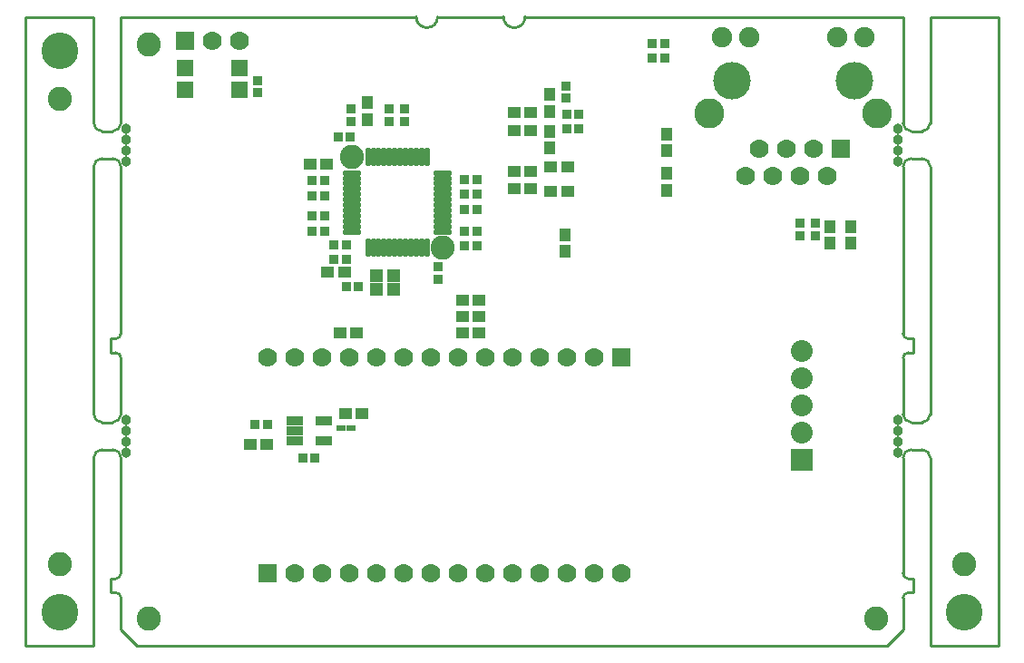
<source format=gts>
*
*
G04 PADS 9.4.1 Build Number: 494907 generated Gerber (RS-274-X) file*
G04 PC Version=2.1*
*
%IN "P9771A_EasyEDA_Edit.pcb"*%
*
%MOIN*%
*
%FSDAX24Y24*%
*
*
*
*
G04 PC Standard Apertures*
*
*
G04 Thermal Relief Aperture macro.*
%AMTER*
1,1,$1,0,0*
1,0,$1-$2,0,0*
21,0,$3,$4,0,0,45*
21,0,$3,$4,0,0,135*
%
*
*
G04 Annular Aperture macro.*
%AMANN*
1,1,$1,0,0*
1,0,$2,0,0*
%
*
*
G04 Odd Aperture macro.*
%AMODD*
1,1,$1,0,0*
1,0,$1-0.005,0,0*
%
*
*
G04 PC Custom Aperture Macros*
*
*
*
*
*
*
G04 PC Aperture Table*
*
%ADD019R,0.06X0.06*%
%ADD031C,0.01*%
%ADD038C,0.038*%
%ADD040R,0.07X0.07*%
%ADD041C,0.07*%
%ADD046C,0.11*%
%ADD051C,0.001*%
%ADD055C,0.075*%
%ADD189C,0.08*%
%ADD206C,0.135*%
%ADD207C,0.138*%
%ADD212R,0.048X0.04*%
%ADD213R,0.04X0.048*%
%ADD215R,0.08X0.08*%
%ADD222C,0.08874*%
%ADD335R,0.06X0.032*%
%ADD348O,0.02181X0.06906*%
%ADD349O,0.06906X0.02181*%
%ADD371R,0.03559X0.03362*%
%ADD372R,0.03362X0.03559*%
%ADD395R,0.038X0.023*%
%ADD396R,0.04937X0.04543*%
*
*
*
*
G04 PC Circuitry*
G04 Layer Name P9771A_EasyEDA_Edit.pcb - circuitry*
%LPD*%
*
*
G04 PC Custom Flashes*
G04 Layer Name P9771A_EasyEDA_Edit.pcb - flashes*
%LPD*%
*
*
G04 PC Circuitry*
G04 Layer Name P9771A_EasyEDA_Edit.pcb - circuitry*
%LPD*%
*
G54D19*
G01X014750Y030450D03*
X014750Y031250D03*
X012750Y030450D03*
X012750Y031250D03*
G54D31*
X006893Y010000D02*
X009393Y010000D01*
X009393Y010000D02*
X009393Y016915D01*
X009693Y017215D02*
G75*
G03X009393Y016915I000000J-000300D01*
G01X009693Y017215D02*
X010093Y017215D01*
X010393Y016915D02*
G03X010093Y017215I-000299J000000D01*
G01X010393Y016915D02*
X010393Y012666D01*
X010393Y012666D02*
X010393Y012666D01*
X010196Y012469D02*
G03X010393Y012666I000000J000197D01*
G01X010196Y012469D02*
X010000Y012469D01*
X010000Y011957*
X010000Y011957D02*
X010197Y011957D01*
X010394Y011761D02*
G03X010197Y011957I-000196J-000000D01*
G01X010394Y011761D02*
X010396Y010589D01*
X010986Y010000*
X010986Y010000D02*
X038543Y010000D01*
X039133Y010590*
X039133Y010590D02*
X039133Y011760D01*
X039330Y011957D02*
G03X039133Y011760I000000J-000196D01*
G01X039330Y011957D02*
X039527Y011957D01*
X039527Y011957D02*
X039527Y012469D01*
X039527Y012469D02*
X039330Y012469D01*
X039133Y012666D02*
G03X039330Y012469I000197J000000D01*
G01X039133Y012666D02*
X039133Y016915D01*
X039433Y017215D02*
G03X039133Y016915I000000J-000300D01*
G01X039433Y017215D02*
X039833Y017215D01*
X040133Y016915D02*
G03X039833Y017215I-000299J-000000D01*
G01X040133Y016915D02*
X040133Y010000D01*
X040133Y010000D02*
X042633Y010000D01*
X042633Y010000D02*
X042633Y033115D01*
X042633Y033115D02*
X040133Y033115D01*
X040133Y033115D02*
X040133Y029215D01*
X039833Y028915D02*
G03X040133Y029215I000000J000300D01*
G01X039833Y028915D02*
X039433Y028915D01*
X039133Y029215D02*
G03X039433Y028915I000300J000000D01*
G01X039133Y029215D02*
X039133Y033115D01*
X039133Y033115D02*
X025242Y033115D01*
X024454Y033115D02*
G03X025242Y033115I000394J000000D01*
G01X024454Y033115D02*
X022033Y033115D01*
X021246Y033115D02*
G03X022033Y033115I000393J000000D01*
G01X021246Y033115D02*
X010393Y033115D01*
X010393Y033115D02*
X010393Y029215D01*
X010093Y028915D02*
G03X010393Y029215I000000J000300D01*
G01X010093Y028915D02*
X009693Y028915D01*
X009393Y029215D02*
G03X009693Y028915I000300J000000D01*
G01X009393Y029215D02*
X009393Y033115D01*
X009393Y033115D02*
X006893Y033115D01*
X006893Y033115D02*
X006893Y010000D01*
X009693Y027915D02*
G03X009393Y027615I000000J-000300D01*
G01X009393Y027615D02*
X009393Y018515D01*
X009393Y018515D02*
G03X009693Y018215I000300J000000D01*
G01X009693Y018215D02*
X010093Y018215D01*
X010093Y018215D02*
G03X010393Y018515I000000J000300D01*
G01X010393Y018515D02*
X010393Y020579D01*
X010393Y020579D02*
G03X010196Y020776I-000196J000000D01*
G01X010196Y020776D02*
X010000Y020776D01*
X010000Y021288*
X010196Y021288*
X010196Y021288D02*
G03X010393Y021485I000000J000197D01*
G01X010393Y021485D02*
X010393Y021485D01*
X010393Y021485D02*
X010393Y027615D01*
X010393Y027615D02*
G03X010093Y027915I-000299J000000D01*
G01X010093Y027915D02*
X009693Y027915D01*
X040133Y027615D02*
G03X039833Y027915I-000299J-000000D01*
G01X040133Y027615D02*
X040133Y018515D01*
X039833Y018215D02*
G03X040133Y018515I000000J000300D01*
G01X039833Y018215D02*
X039433Y018215D01*
X039133Y018515D02*
G03X039433Y018215I000300J000000D01*
G01X039133Y018515D02*
X039133Y020579D01*
X039330Y020776D02*
G03X039133Y020579I000000J-000196D01*
G01X039330Y020776D02*
X039527Y020776D01*
X039527Y020776D02*
X039527Y021288D01*
X039527Y021288D02*
X039330Y021288D01*
X039133Y021485D02*
G03X039330Y021288I000197J000000D01*
G01X039133Y021485D02*
X039133Y027615D01*
X039433Y027915D02*
G03X039133Y027615I000000J-000300D01*
G01X039433Y027915D02*
X039833Y027915D01*
G54D38*
X010593Y017515D03*
X010593Y017915D03*
X010593Y018315D03*
X010593Y017115D03*
X010593Y028215D03*
X010593Y028615D03*
X010593Y029015D03*
X010593Y027815D03*
X038943Y017515D03*
X038943Y017915D03*
X038943Y018315D03*
X038943Y017115D03*
X038943Y028215D03*
X038943Y028615D03*
X038943Y029015D03*
X038943Y027815D03*
G54D40*
X028777Y020610D03*
X015777Y012660D03*
X012750Y032250D03*
X036854Y028278D03*
G54D41*
X027777Y020610D03*
X026777Y020610D03*
X025777Y020610D03*
X024777Y020610D03*
X023777Y020610D03*
X022777Y020610D03*
X021777Y020610D03*
X020777Y020610D03*
X019777Y020610D03*
X018777Y020610D03*
X017777Y020610D03*
X016777Y020610D03*
X015777Y020610D03*
X016777Y012660D03*
X017777Y012660D03*
X018777Y012660D03*
X019777Y012660D03*
X020777Y012660D03*
X021777Y012660D03*
X022777Y012660D03*
X023777Y012660D03*
X024777Y012660D03*
X025777Y012660D03*
X026777Y012660D03*
X027777Y012660D03*
X028777Y012660D03*
X013750Y032250D03*
X014750Y032250D03*
X036350Y027278D03*
X035854Y028278D03*
X035350Y027278D03*
X034854Y028278D03*
X034350Y027278D03*
X033854Y028278D03*
X033350Y027278D03*
G54D46*
X038181Y029577D03*
X032023Y029577D03*
G54D51*
G54D55*
X037712Y032376D03*
X036712Y032376D03*
X033492Y032376D03*
X032492Y032376D03*
G54D189*
X035397Y017830D03*
X035397Y018830D03*
X035397Y019830D03*
X035397Y020830D03*
G54D206*
X041383Y011250D03*
X008143Y011250D03*
X008143Y031865D03*
G54D207*
X037354Y030778D03*
X032850Y030778D03*
G54D212*
X018640Y018550D03*
X019260Y018550D03*
X018610Y023750D03*
X017990Y023750D03*
X017960Y027700D03*
X017340Y027700D03*
X015760Y017400D03*
X015140Y017400D03*
X018440Y021500D03*
X019060Y021500D03*
X026810Y027600D03*
X026190Y027600D03*
X026810Y026700D03*
X026190Y026700D03*
X023560Y021500D03*
X022940Y021500D03*
X023560Y022100D03*
X022940Y022100D03*
X023560Y022700D03*
X022940Y022700D03*
X024840Y026800D03*
X025460Y026800D03*
X024840Y027450D03*
X025460Y027450D03*
X024840Y029600D03*
X025460Y029600D03*
X024840Y028950D03*
X025460Y028950D03*
G54D213*
X026700Y024490D03*
X026700Y025110D03*
X019450Y029960D03*
X019450Y029340D03*
X026150Y028910D03*
X026150Y028290D03*
X026150Y029640D03*
X026150Y030260D03*
X036450Y024790D03*
X036450Y025410D03*
X037200Y024790D03*
X037200Y025410D03*
X030450Y026740D03*
X030450Y027360D03*
X030450Y028810D03*
X030450Y028190D03*
G54D215*
X035397Y016830D03*
G54D222*
X018876Y027973D03*
X022223Y024626D03*
X008143Y013000D03*
X011400Y011000D03*
X011400Y032100D03*
X038150Y011000D03*
X008143Y030115D03*
X041383Y013000D03*
G54D335*
X016788Y018270D03*
X016788Y017900D03*
X016788Y017530D03*
X017850Y017530D03*
X017850Y018270D03*
G54D348*
X021632Y027973D03*
X021435Y027973D03*
X021238Y027973D03*
X021042Y027973D03*
X020845Y027973D03*
X020648Y027973D03*
X020451Y027973D03*
X020254Y027973D03*
X020057Y027973D03*
X019861Y027973D03*
X019664Y027973D03*
X019467Y027973D03*
X019467Y024626D03*
X019664Y024626D03*
X019861Y024626D03*
X020057Y024626D03*
X020254Y024626D03*
X020451Y024626D03*
X020648Y024626D03*
X020845Y024626D03*
X021042Y024626D03*
X021238Y024626D03*
X021435Y024626D03*
X021632Y024626D03*
G54D349*
X018876Y027382D03*
X018876Y027185D03*
X018876Y026989D03*
X018876Y026792D03*
X018876Y026595D03*
X018876Y026398D03*
X018876Y026201D03*
X018876Y026004D03*
X018876Y025807D03*
X018876Y025611D03*
X018876Y025414D03*
X018876Y025217D03*
X022223Y025217D03*
X022223Y025414D03*
X022223Y025611D03*
X022223Y025807D03*
X022223Y026004D03*
X022223Y026201D03*
X022223Y026398D03*
X022223Y026595D03*
X022223Y026792D03*
X022223Y026989D03*
X022223Y027185D03*
X022223Y027382D03*
G54D371*
X026775Y029000D03*
X027225Y029000D03*
X023025Y025250D03*
X023475Y025250D03*
X017525Y016900D03*
X017075Y016900D03*
X017875Y025248D03*
X017425Y025248D03*
X017875Y026549D03*
X017425Y026549D03*
X017875Y025800D03*
X017425Y025800D03*
X018822Y028700D03*
X018372Y028700D03*
X017875Y027100D03*
X017425Y027100D03*
X018675Y024200D03*
X018225Y024200D03*
X026775Y029550D03*
X027225Y029550D03*
X015775Y018150D03*
X015325Y018150D03*
X018675Y023200D03*
X019125Y023200D03*
X023025Y027150D03*
X023475Y027150D03*
X030375Y031600D03*
X029925Y031600D03*
X030375Y032150D03*
X029925Y032150D03*
X023025Y026600D03*
X023475Y026600D03*
X023025Y026050D03*
X023475Y026050D03*
X018675Y024750D03*
X018225Y024750D03*
X023475Y024700D03*
X023025Y024700D03*
G54D372*
X035900Y025525D03*
X035900Y025075D03*
X026750Y030125D03*
X026750Y030575D03*
X020800Y029275D03*
X020800Y029725D03*
X018850Y029275D03*
X018850Y029725D03*
X020250Y029275D03*
X020250Y029725D03*
X035350Y025075D03*
X035350Y025525D03*
X022050Y023475D03*
X022050Y023925D03*
X015400Y030775D03*
X015400Y030325D03*
G54D395*
X018465Y018000D03*
X018835Y018000D03*
G54D396*
X019780Y023108D03*
X020419Y023108D03*
X020419Y023591D03*
X019780Y023591D03*
G74*
X000000Y000000D02*
M02*

</source>
